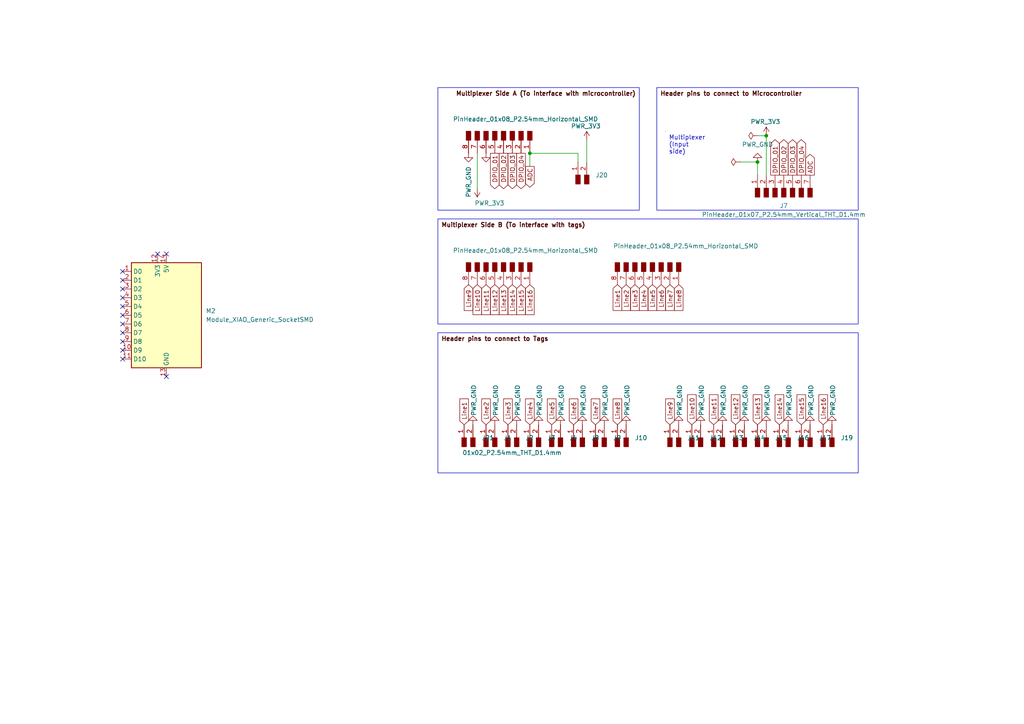
<source format=kicad_sch>
(kicad_sch (version 20231120) (generator "eeschema") (generator_version "8.0")
  (paper "A4")
  (lib_symbols
    (symbol "fab:Module_XIAO_Generic_SocketSMD"
      (property "Reference" "M" (at -10.16 16.51 0))
      (property "Value" "Module_XIAO_Generic_SocketSMD" (at 1.27 16.51 0))
      (symbol "Module_XIAO_Generic_SocketSMD_1_1"
        (rectangle (start -10.16 15.24) (end 10.16 -15.24) (stroke (width 0.254)) (fill (type background)))
        (pin bidirectional line (at -12.7 12.7 0) (length 2.54) (name "D0") (number "1"))
        (pin bidirectional line (at -12.7 -10.16 0) (length 2.54) (name "D9") (number "10"))
        (pin bidirectional line (at -12.7 -12.7 0) (length 2.54) (name "D10") (number "11"))
        (pin power_in line (at -2.54 17.78 270) (length 2.54) (name "3V3") (number "12"))
        (pin power_in line (at 0 -17.78 90) (length 2.54) (name "GND") (number "13"))
        (pin power_in line (at 0 17.78 270) (length 2.54) (name "5V") (number "14"))
        (pin bidirectional line (at -12.7 10.16 0) (length 2.54) (name "D1") (number "2"))
        (pin bidirectional line (at -12.7 7.62 0) (length 2.54) (name "D2") (number "3"))
        (pin bidirectional line (at -12.7 5.08 0) (length 2.54) (name "D3") (number "4"))
        (pin bidirectional line (at -12.7 2.54 0) (length 2.54) (name "D4") (number "5"))
        (pin bidirectional line (at -12.7 0 0) (length 2.54) (name "D5") (number "6"))
        (pin bidirectional line (at -12.7 -2.54 0) (length 2.54) (name "D6") (number "7"))
        (pin bidirectional line (at -12.7 -5.08 0) (length 2.54) (name "D7") (number "8"))
        (pin bidirectional line (at -12.7 -7.62 0) (length 2.54) (name "D8") (number "9"))
      )
    )
    (symbol "fab:PWR_3V3" (power) (pin_names (offset 0))
      (property "Value" "PWR_3V3" (at 0 3.556 0))
      (symbol "PWR_3V3_0_1"
        (polyline (pts (xy -0.762 1.27) (xy 0 2.54)))
        (polyline (pts (xy 0 0) (xy 0 2.54)))
        (polyline (pts (xy 0 2.54) (xy 0.762 1.27)))
      )
      (symbol "PWR_3V3_1_1"
        (pin power_in line (at 0 0 90) (length 0) hide (name "PWR_3V3") (number "1"))
      )
    )
    (symbol "fab:PWR_FLAG" (power) (pin_numbers hide) (pin_names (offset 0) hide)
      (property "Value" "PWR_FLAG" (at 0 3.81 0))
      (symbol "PWR_FLAG_0_1"
        (polyline (pts (xy 0 0) (xy 0 1.27) (xy -1.016 1.905) (xy 0 2.54) (xy 1.016 1.905) (xy 0 1.27)))
      )
      (symbol "PWR_FLAG_1_0"
        (pin power_out line (at 0 0 90) (length 0) (name "PWR_FLAG") (number "1"))
      )
    )
    (symbol "fab:PWR_GND" (power) (pin_names (offset 0))
      (property "Value" "PWR_GND" (at 0 -3.81 0))
      (symbol "PWR_GND_0_1"
        (polyline (pts (xy 0 0) (xy 0 -1.27) (xy 1.27 -1.27) (xy 0 -2.54) (xy -1.27 -1.27) (xy 0 -1.27)))
      )
      (symbol "PWR_GND_1_1"
        (pin power_in line (at 0 0 270) (length 0) hide (name "PWR_GND") (number "1"))
      )
    )
    (symbol "fab:PinHeader_01x02_P2.54mm_Vertical_THT_D1.4mm" (pin_names hide)
      (property "Reference" "J" (at 0 2.54 0))
      (property "Value" "PinHeader_01x02_P2.54mm_Vertical_THT_D1.4mm" (at 0 -5.08 0))
      (symbol "PinHeader_01x02_P2.54mm_Vertical_THT_D1.4mm_1_1"
        (rectangle (start -1.27 -1.905) (end 1.27 -3.175) (stroke (width 0.254)) (fill (type outline)))
        (rectangle (start -1.27 0.635) (end 1.27 -0.635) (stroke (width 0.254)) (fill (type outline)))
        (pin passive line (at 5.08 0 180) (length 3.81) (name "Pin_1") (number "1"))
        (pin passive line (at 5.08 -2.54 180) (length 3.81) (name "Pin_2") (number "2"))
      )
    )
    (symbol "fab:PinHeader_01x07_P2.54mm_Vertical_THT_D1.4mm" (pin_names hide)
      (property "Reference" "J" (at 0 10.16 0))
      (property "Value" "PinHeader_01x07_P2.54mm_Vertical_THT_D1.4mm" (at 0 -10.16 0))
      (symbol "PinHeader_01x07_P2.54mm_Vertical_THT_D1.4mm_1_1"
        (rectangle (start -1.27 -6.985) (end 1.27 -8.255) (stroke (width 0.254)) (fill (type outline)))
        (rectangle (start -1.27 -4.445) (end 1.27 -5.715) (stroke (width 0.254)) (fill (type outline)))
        (rectangle (start -1.27 -1.905) (end 1.27 -3.175) (stroke (width 0.254)) (fill (type outline)))
        (rectangle (start -1.27 0.635) (end 1.27 -0.635) (stroke (width 0.254)) (fill (type outline)))
        (rectangle (start -1.27 3.175) (end 1.27 1.905) (stroke (width 0.254)) (fill (type outline)))
        (rectangle (start -1.27 5.715) (end 1.27 4.445) (stroke (width 0.254)) (fill (type outline)))
        (rectangle (start -1.27 8.255) (end 1.27 6.985) (stroke (width 0.254)) (fill (type outline)))
        (pin passive line (at 5.08 7.62 180) (length 3.81) (name "Pin_1") (number "1"))
        (pin passive line (at 5.08 5.08 180) (length 3.81) (name "Pin_2") (number "2"))
        (pin passive line (at 5.08 2.54 180) (length 3.81) (name "Pin_3") (number "3"))
        (pin passive line (at 5.08 0 180) (length 3.81) (name "Pin_4") (number "4"))
        (pin passive line (at 5.08 -2.54 180) (length 3.81) (name "Pin_5") (number "5"))
        (pin passive line (at 5.08 -5.08 180) (length 3.81) (name "Pin_6") (number "6"))
        (pin passive line (at 5.08 -7.62 180) (length 3.81) (name "Pin_7") (number "7"))
      )
    )
    (symbol "fab:PinHeader_01x08_P2.54mm_Horizontal_SMD" (pin_names hide)
      (property "Reference" "J" (at 0 10.16 0))
      (property "Value" "PinHeader_01x08_P2.54mm_Horizontal_SMD" (at 0 -12.7 0))
      (symbol "PinHeader_01x08_P2.54mm_Horizontal_SMD_1_1"
        (rectangle (start -1.27 -9.525) (end 1.27 -10.795) (stroke (width 0.254)) (fill (type outline)))
        (rectangle (start -1.27 -6.985) (end 1.27 -8.255) (stroke (width 0.254)) (fill (type outline)))
        (rectangle (start -1.27 -4.445) (end 1.27 -5.715) (stroke (width 0.254)) (fill (type outline)))
        (rectangle (start -1.27 -1.905) (end 1.27 -3.175) (stroke (width 0.254)) (fill (type outline)))
        (rectangle (start -1.27 0.635) (end 1.27 -0.635) (stroke (width 0.254)) (fill (type outline)))
        (rectangle (start -1.27 3.175) (end 1.27 1.905) (stroke (width 0.254)) (fill (type outline)))
        (rectangle (start -1.27 5.715) (end 1.27 4.445) (stroke (width 0.254)) (fill (type outline)))
        (rectangle (start -1.27 8.255) (end 1.27 6.985) (stroke (width 0.254)) (fill (type outline)))
        (pin passive line (at 5.08 7.62 180) (length 3.81) (name "Pin_1") (number "1"))
        (pin passive line (at 5.08 5.08 180) (length 3.81) (name "Pin_2") (number "2"))
        (pin passive line (at 5.08 2.54 180) (length 3.81) (name "Pin_3") (number "3"))
        (pin passive line (at 5.08 0 180) (length 3.81) (name "Pin_4") (number "4"))
        (pin passive line (at 5.08 -2.54 180) (length 3.81) (name "Pin_5") (number "5"))
        (pin passive line (at 5.08 -5.08 180) (length 3.81) (name "Pin_6") (number "6"))
        (pin passive line (at 5.08 -7.62 180) (length 3.81) (name "Pin_7") (number "7"))
        (pin passive line (at 5.08 -10.16 180) (length 3.81) (name "Pin_8") (number "8"))
      )
    )
  )
  (junction (at 222.25 39.37))
  (junction (at 219.71 46.99))
  (junction (at 153.67 44.45))
  (no_connect (at 35.56 99.06))
  (no_connect (at 35.56 96.52))
  (no_connect (at 48.26 109.22))
  (no_connect (at 35.56 91.44))
  (no_connect (at 35.56 93.98))
  (no_connect (at 35.56 104.14))
  (no_connect (at 45.72 73.66))
  (no_connect (at 35.56 101.6))
  (no_connect (at 35.56 81.28))
  (no_connect (at 48.26 73.66))
  (no_connect (at 35.56 78.74))
  (no_connect (at 35.56 88.9))
  (no_connect (at 35.56 86.36))
  (no_connect (at 35.56 83.82))
  (wire (pts (xy 167.64 46.99) (xy 167.64 44.45)))
  (wire (pts (xy 214.63 46.99) (xy 219.71 46.99)))
  (wire (pts (xy 222.25 39.37) (xy 222.25 50.8)))
  (wire (pts (xy 167.64 44.45) (xy 153.67 44.45)))
  (wire (pts (xy 170.18 40.64) (xy 170.18 46.99)))
  (wire (pts (xy 219.71 39.37) (xy 222.25 39.37)))
  (wire (pts (xy 219.71 46.99) (xy 219.71 50.8)))
  (wire (pts (xy 138.43 44.45) (xy 138.43 54.61)))
  (wire (pts (xy 153.67 44.45) (xy 153.67 48.26)))
  (text_box "Muitiplexer Side B (To interface with tags)" (at 127 63.5 0) (size 121.92 30.48) (effects (font (size 1.27 1.27) (thickness 0.254) (bold yes)) (justify left top)))
  (text_box "Header pins to connect to Microcontroller" (at 190.5 25.4 0) (size 58.42 35.56) (effects (font (size 1.27 1.27) (thickness 0.254) (bold yes)) (justify left top)))
  (text_box "Multiplexer Side A (To interface with microcontroller)" (at 127 25.4 0) (size 58.42 35.56) (effects (font (size 1.27 1.27) (thickness 0.254) (bold yes)) (justify right top)))
  (text_box "Header pins to connect to Tags" (at 127 96.52 0) (size 121.92 40.64) (effects (font (size 1.27 1.27) (thickness 0.254) (bold yes)) (justify left top)))
  (text_box "Multiplexer (Input side)" (at 193.04 38.1 0) (size 0 0) (effects (font (size 1.27 1.27)) (justify left top)))
  (global_label "ADC" (shape output) (at 153.67 48.26 270) (property "Intersheetrefs" "${INTERSHEET_REFS}" (effects (hide yes))))
  (global_label "Line14" (shape input) (at 226.06 123.19 90) (property "Intersheetrefs" "${INTERSHEET_REFS}" (effects (hide yes))))
  (global_label "Line12" (shape input) (at 213.36 123.19 90) (property "Intersheetrefs" "${INTERSHEET_REFS}" (effects (hide yes))))
  (global_label "Line2" (shape input) (at 140.97 123.19 90) (property "Intersheetrefs" "${INTERSHEET_REFS}" (effects (hide yes))))
  (global_label "Line4" (shape input) (at 186.69 82.55 270) (property "Intersheetrefs" "${INTERSHEET_REFS}" (effects (hide yes))))
  (global_label "Line16" (shape input) (at 153.67 82.55 270) (property "Intersheetrefs" "${INTERSHEET_REFS}" (effects (hide yes))))
  (global_label "Line13" (shape input) (at 219.71 123.19 90) (property "Intersheetrefs" "${INTERSHEET_REFS}" (effects (hide yes))))
  (global_label "Line11" (shape input) (at 207.01 123.19 90) (property "Intersheetrefs" "${INTERSHEET_REFS}" (effects (hide yes))))
  (global_label "Line9" (shape input) (at 135.89 82.55 270) (property "Intersheetrefs" "${INTERSHEET_REFS}" (effects (hide yes))))
  (global_label "DPIO_02" (shape output) (at 227.33 50.8 90) (property "Intersheetrefs" "${INTERSHEET_REFS}" (effects (hide yes))))
  (global_label "DPIO_01" (shape output) (at 143.51 44.45 270) (property "Intersheetrefs" "${INTERSHEET_REFS}" (effects (hide yes))))
  (global_label "Line14" (shape input) (at 148.59 82.55 270) (property "Intersheetrefs" "${INTERSHEET_REFS}" (effects (hide yes))))
  (global_label "Line10" (shape input) (at 200.66 123.19 90) (property "Intersheetrefs" "${INTERSHEET_REFS}" (effects (hide yes))))
  (global_label "DPIO_03" (shape output) (at 229.87 50.8 90) (property "Intersheetrefs" "${INTERSHEET_REFS}" (effects (hide yes))))
  (global_label "Line1" (shape input) (at 179.07 82.55 270) (property "Intersheetrefs" "${INTERSHEET_REFS}" (effects (hide yes))))
  (global_label "Line5" (shape input) (at 189.23 82.55 270) (property "Intersheetrefs" "${INTERSHEET_REFS}" (effects (hide yes))))
  (global_label "Line16" (shape input) (at 238.76 123.19 90) (property "Intersheetrefs" "${INTERSHEET_REFS}" (effects (hide yes))))
  (global_label "Line10" (shape input) (at 138.43 82.55 270) (property "Intersheetrefs" "${INTERSHEET_REFS}" (effects (hide yes))))
  (global_label "Line3" (shape input) (at 147.32 123.19 90) (property "Intersheetrefs" "${INTERSHEET_REFS}" (effects (hide yes))))
  (global_label "Line13" (shape input) (at 146.05 82.55 270) (property "Intersheetrefs" "${INTERSHEET_REFS}" (effects (hide yes))))
  (global_label "Line6" (shape input) (at 191.77 82.55 270) (property "Intersheetrefs" "${INTERSHEET_REFS}" (effects (hide yes))))
  (global_label "Line15" (shape input) (at 232.41 123.19 90) (property "Intersheetrefs" "${INTERSHEET_REFS}" (effects (hide yes))))
  (global_label "DPIO_03" (shape output) (at 148.59 44.45 270) (property "Intersheetrefs" "${INTERSHEET_REFS}" (effects (hide yes))))
  (global_label "DPIO_04" (shape output) (at 232.41 50.8 90) (property "Intersheetrefs" "${INTERSHEET_REFS}" (effects (hide yes))))
  (global_label "Line12" (shape input) (at 143.51 82.55 270) (property "Intersheetrefs" "${INTERSHEET_REFS}" (effects (hide yes))))
  (global_label "Line7" (shape input) (at 194.31 82.55 270) (property "Intersheetrefs" "${INTERSHEET_REFS}" (effects (hide yes))))
  (global_label "Line1" (shape input) (at 134.62 123.19 90) (property "Intersheetrefs" "${INTERSHEET_REFS}" (effects (hide yes))))
  (global_label "Line5" (shape input) (at 160.02 123.19 90) (property "Intersheetrefs" "${INTERSHEET_REFS}" (effects (hide yes))))
  (global_label "Line2" (shape input) (at 181.61 82.55 270) (property "Intersheetrefs" "${INTERSHEET_REFS}" (effects (hide yes))))
  (global_label "Line6" (shape input) (at 166.37 123.19 90) (property "Intersheetrefs" "${INTERSHEET_REFS}" (effects (hide yes))))
  (global_label "Line9" (shape input) (at 194.31 123.19 90) (property "Intersheetrefs" "${INTERSHEET_REFS}" (effects (hide yes))))
  (global_label "DPIO_04" (shape output) (at 151.13 44.45 270) (property "Intersheetrefs" "${INTERSHEET_REFS}" (effects (hide yes))))
  (global_label "Line4" (shape input) (at 153.67 123.19 90) (property "Intersheetrefs" "${INTERSHEET_REFS}" (effects (hide yes))))
  (global_label "Line7" (shape input) (at 172.72 123.19 90) (property "Intersheetrefs" "${INTERSHEET_REFS}" (effects (hide yes))))
  (global_label "Line11" (shape input) (at 140.97 82.55 270) (property "Intersheetrefs" "${INTERSHEET_REFS}" (effects (hide yes))))
  (global_label "Line15" (shape input) (at 151.13 82.55 270) (property "Intersheetrefs" "${INTERSHEET_REFS}" (effects (hide yes))))
  (global_label "Line3" (shape input) (at 184.15 82.55 270) (property "Intersheetrefs" "${INTERSHEET_REFS}" (effects (hide yes))))
  (global_label "Line8" (shape input) (at 196.85 82.55 270) (property "Intersheetrefs" "${INTERSHEET_REFS}" (effects (hide yes))))
  (global_label "DPIO_02" (shape output) (at 146.05 44.45 270) (property "Intersheetrefs" "${INTERSHEET_REFS}" (effects (hide yes))))
  (global_label "ADC" (shape output) (at 234.95 50.8 90) (property "Intersheetrefs" "${INTERSHEET_REFS}" (effects (hide yes))))
  (global_label "Line8" (shape input) (at 179.07 123.19 90) (property "Intersheetrefs" "${INTERSHEET_REFS}" (effects (hide yes))))
  (global_label "DPIO_01" (shape output) (at 224.79 50.8 90) (property "Intersheetrefs" "${INTERSHEET_REFS}" (effects (hide yes))))
  (symbol (lib_id "fab:PWR_GND") (at 228.6 123.19 180) (unit 1)
    (property "Reference" "#PWR16" (effects (hide yes)))
    (property "Value" "PWR_GND" (at 228.854 116.078 90))
    (property "Description" "Power symbol creates a global label with name \"GND\" , ground" (effects (hide yes)))
  )
  (symbol (lib_id "fab:PinHeader_01x02_P2.54mm_Vertical_THT_D1.4mm") (at 140.97 128.27 90) (unit 1)
    (property "Reference" "J1" (at 146.05 126.9999 90) (effects (justify right)))
    (property "Value" "01x02_P2.54mm_THT_D1.4mm" (effects (hide yes)))
    (property "Footprint" "fab:PinHeader_01x02_P2.54mm_Vertical_THT_D1.4mm" (effects (hide yes)))
    (property "Description" "Male connector, single row" (effects (hide yes)))
  )
  (symbol (lib_id "fab:PinHeader_01x02_P2.54mm_Vertical_THT_D1.4mm") (at 160.02 128.27 90) (unit 1)
    (property "Reference" "J4" (at 165.1 126.9999 90) (effects (justify right)))
    (property "Value" "01x02_P2.54mm_THT_D1.4mm" (effects (hide yes)))
    (property "Footprint" "fab:PinHeader_01x02_P2.54mm_Vertical_THT_D1.4mm" (effects (hide yes)))
    (property "Description" "Male connector, single row" (effects (hide yes)))
  )
  (symbol (lib_id "fab:PWR_GND") (at 168.91 123.19 180) (unit 1)
    (property "Reference" "#PWR8" (effects (hide yes)))
    (property "Value" "PWR_GND" (at 169.164 116.078 90))
    (property "Description" "Power symbol creates a global label with name \"GND\" , ground" (effects (hide yes)))
  )
  (symbol (lib_id "fab:PinHeader_01x02_P2.54mm_Vertical_THT_D1.4mm") (at 207.01 128.27 90) (unit 1)
    (property "Reference" "J13" (at 212.09 126.9999 90) (effects (justify right)))
    (property "Value" "01x02_P2.54mm_THT_D1.4mm" (effects (hide yes)))
    (property "Footprint" "fab:PinHeader_01x02_P2.54mm_Vertical_THT_D1.4mm" (effects (hide yes)))
    (property "Description" "Male connector, single row" (effects (hide yes)))
  )
  (symbol (lib_id "fab:PinHeader_01x02_P2.54mm_Vertical_THT_D1.4mm") (at 213.36 128.27 90) (unit 1)
    (property "Reference" "J14" (at 218.44 126.9999 90) (effects (justify right)))
    (property "Value" "01x02_P2.54mm_THT_D1.4mm" (effects (hide yes)))
    (property "Footprint" "fab:PinHeader_01x02_P2.54mm_Vertical_THT_D1.4mm" (effects (hide yes)))
    (property "Description" "Male connector, single row" (effects (hide yes)))
  )
  (symbol (lib_id "fab:PWR_GND") (at 196.85 123.19 180) (unit 1)
    (property "Reference" "#PWR11" (effects (hide yes)))
    (property "Value" "PWR_GND" (at 197.104 116.078 90))
    (property "Description" "Power symbol creates a global label with name \"GND\" , ground" (effects (hide yes)))
  )
  (symbol (lib_id "fab:PWR_GND") (at 175.26 123.19 180) (unit 1)
    (property "Reference" "#PWR9" (effects (hide yes)))
    (property "Value" "PWR_GND" (at 175.514 116.078 90))
    (property "Description" "Power symbol creates a global label with name \"GND\" , ground" (effects (hide yes)))
  )
  (symbol (lib_id "fab:PinHeader_01x02_P2.54mm_Vertical_THT_D1.4mm") (at 219.71 128.27 90) (unit 1)
    (property "Reference" "J15" (at 224.79 126.9999 90) (effects (justify right)))
    (property "Value" "01x02_P2.54mm_THT_D1.4mm" (effects (hide yes)))
    (property "Footprint" "fab:PinHeader_01x02_P2.54mm_Vertical_THT_D1.4mm" (effects (hide yes)))
    (property "Description" "Male connector, single row" (effects (hide yes)))
  )
  (symbol (lib_id "fab:PWR_3V3") (at 222.25 39.37 0) (unit 1)
    (property "Reference" "#PWR1" (effects (hide yes)))
    (property "Value" "PWR_3V3" (at 221.996 35.306 0))
    (property "Description" "Power symbol creates a global label with name \"+3V3\"" (effects (hide yes)))
  )
  (symbol (lib_id "fab:PWR_GND") (at 137.16 123.19 180) (unit 1)
    (property "Reference" "#PWR3" (effects (hide yes)))
    (property "Value" "PWR_GND" (at 137.414 116.078 90))
    (property "Description" "Power symbol creates a global label with name \"GND\" , ground" (effects (hide yes)))
  )
  (symbol (lib_id "fab:PinHeader_01x02_P2.54mm_Vertical_THT_D1.4mm") (at 147.32 128.27 90) (unit 1)
    (property "Reference" "J2" (at 152.4 126.9999 90) (effects (justify right)))
    (property "Value" "01x02_P2.54mm_THT_D1.4mm" (effects (hide yes)))
    (property "Footprint" "fab:PinHeader_01x02_P2.54mm_Vertical_THT_D1.4mm" (effects (hide yes)))
    (property "Description" "Male connector, single row" (effects (hide yes)))
  )
  (symbol (lib_id "fab:PinHeader_01x08_P2.54mm_Horizontal_SMD") (at 189.23 77.47 270) (unit 1)
    (property "Reference" "J5" (effects (hide yes)))
    (property "Value" "PinHeader_01x08_P2.54mm_Horizontal_SMD" (at 219.964 71.374 90) (effects (justify right)))
    (property "Footprint" "fab:PinHeader_01x08_P2.54mm_Horizontal_SMD" (effects (hide yes)))
    (property "Description" "Male connector, single row" (effects (hide yes)))
  )
  (symbol (lib_id "fab:PWR_FLAG") (at 214.63 46.99 90) (unit 1)
    (property "Reference" "#FLG2" (effects (hide yes)))
    (property "Value" "PWR_FLAG" (effects (hide yes)))
    (property "Description" "Special symbol for telling ERC where power comes from" (effects (hide yes)))
  )
  (symbol (lib_id "fab:PinHeader_01x02_P2.54mm_Vertical_THT_D1.4mm") (at 194.31 128.27 90) (unit 1)
    (property "Reference" "J11" (at 199.39 126.9999 90) (effects (justify right)))
    (property "Value" "01x02_P2.54mm_THT_D1.4mm" (effects (hide yes)))
    (property "Footprint" "fab:PinHeader_01x02_P2.54mm_Vertical_THT_D1.4mm" (effects (hide yes)))
    (property "Description" "Male connector, single row" (effects (hide yes)))
  )
  (symbol (lib_id "fab:PinHeader_01x08_P2.54mm_Horizontal_SMD") (at 146.05 77.47 270) (unit 1)
    (property "Reference" "J6" (effects (hide yes)))
    (property "Value" "PinHeader_01x08_P2.54mm_Horizontal_SMD" (at 173.482 72.644 90) (effects (justify right)))
    (property "Footprint" "fab:PinHeader_01x08_P2.54mm_Horizontal_SMD" (effects (hide yes)))
    (property "Description" "Male connector, single row" (effects (hide yes)))
  )
  (symbol (lib_id "fab:PinHeader_01x08_P2.54mm_Horizontal_SMD") (at 146.05 39.37 270) (unit 1)
    (property "Reference" "J18" (effects (hide yes)))
    (property "Value" "PinHeader_01x08_P2.54mm_Horizontal_SMD" (at 173.482 34.544 90) (effects (justify right)))
    (property "Footprint" "fab:PinHeader_01x08_P2.54mm_Horizontal_SMD" (effects (hide yes)))
    (property "Description" "Male connector, single row" (effects (hide yes)))
  )
  (symbol (lib_id "fab:PinHeader_01x02_P2.54mm_Vertical_THT_D1.4mm") (at 167.64 52.07 90) (unit 1)
    (property "Reference" "J20" (at 172.72 50.7999 90) (effects (justify right)))
    (property "Value" "01x02_P2.54mm_THT_D1.4mm" (effects (hide yes)))
    (property "Footprint" "fab:PinHeader_01x02_P2.54mm_Vertical_THT_D1.4mm" (effects (hide yes)))
    (property "Description" "Male connector, single row" (effects (hide yes)))
  )
  (symbol (lib_id "fab:PWR_GND") (at 162.56 123.19 180) (unit 1)
    (property "Reference" "#PWR7" (effects (hide yes)))
    (property "Value" "PWR_GND" (at 162.814 116.078 90))
    (property "Description" "Power symbol creates a global label with name \"GND\" , ground" (effects (hide yes)))
  )
  (symbol (lib_id "fab:PWR_GND") (at 203.2 123.19 180) (unit 1)
    (property "Reference" "#PWR12" (effects (hide yes)))
    (property "Value" "PWR_GND" (at 203.454 116.078 90))
    (property "Description" "Power symbol creates a global label with name \"GND\" , ground" (effects (hide yes)))
  )
  (symbol (lib_id "fab:PWR_3V3") (at 138.43 54.61 180) (unit 1)
    (property "Reference" "#PWR21" (effects (hide yes)))
    (property "Value" "PWR_3V3" (at 141.986 58.928 0))
    (property "Description" "Power symbol creates a global label with name \"+3V3\"" (effects (hide yes)))
  )
  (symbol (lib_id "fab:PinHeader_01x02_P2.54mm_Vertical_THT_D1.4mm") (at 166.37 128.27 90) (unit 1)
    (property "Reference" "J8" (at 171.45 126.9999 90) (effects (justify right)))
    (property "Value" "01x02_P2.54mm_THT_D1.4mm" (effects (hide yes)))
    (property "Footprint" "fab:PinHeader_01x02_P2.54mm_Vertical_THT_D1.4mm" (effects (hide yes)))
    (property "Description" "Male connector, single row" (effects (hide yes)))
  )
  (symbol (lib_id "fab:PWR_GND") (at 219.71 46.99 180) (unit 1)
    (property "Reference" "#PWR2" (effects (hide yes)))
    (property "Value" "PWR_GND" (at 219.71 41.91 0))
    (property "Description" "Power symbol creates a global label with name \"GND\" , ground" (effects (hide yes)))
  )
  (symbol (lib_id "fab:PWR_GND") (at 234.95 123.19 180) (unit 1)
    (property "Reference" "#PWR17" (effects (hide yes)))
    (property "Value" "PWR_GND" (at 235.204 116.078 90))
    (property "Description" "Power symbol creates a global label with name \"GND\" , ground" (effects (hide yes)))
  )
  (symbol (lib_id "fab:PinHeader_01x07_P2.54mm_Vertical_THT_D1.4mm") (at 227.33 55.88 90) (unit 1)
    (property "Reference" "J7" (at 227.33 59.69 90))
    (property "Value" "PinHeader_01x07_P2.54mm_Vertical_THT_D1.4mm" (at 227.33 62.23 90))
    (property "Footprint" "fab:PinHeader_01x07_P2.54mm_Vertical_THT_D1.4mm" (effects (hide yes)))
    (property "Datasheet" "https://media.digikey.com/PDF/Data%20Sheets/Sullins%20PDFs/xRxCzzzSxxN-RC_ST_11635-B.pdf" (effects (hide yes)))
    (property "Description" "Connector Header Through Hole 7 positions 0.100\" (2.54mm)" (effects (hide yes)))
  )
  (symbol (lib_id "fab:PinHeader_01x02_P2.54mm_Vertical_THT_D1.4mm") (at 134.62 128.27 90) (unit 1)
    (property "Reference" "J21" (at 139.7 126.9999 90) (effects (justify right)))
    (property "Value" "01x02_P2.54mm_THT_D1.4mm" (at 134.112 131.318 90) (effects (justify right)))
    (property "Footprint" "fab:PinHeader_01x02_P2.54mm_Vertical_THT_D1.4mm" (effects (hide yes)))
    (property "Description" "Male connector, single row" (effects (hide yes)))
  )
  (symbol (lib_id "fab:PWR_GND") (at 149.86 123.19 180) (unit 1)
    (property "Reference" "#PWR5" (effects (hide yes)))
    (property "Value" "PWR_GND" (at 150.114 116.078 90))
    (property "Description" "Power symbol creates a global label with name \"GND\" , ground" (effects (hide yes)))
  )
  (symbol (lib_id "fab:PWR_GND") (at 135.89 44.45 0) (unit 1)
    (property "Reference" "#PWR23" (effects (hide yes)))
    (property "Value" "PWR_GND" (at 135.8899 48.26 90) (effects (justify right)))
    (property "Description" "Power symbol creates a global label with name \"GND\" , ground" (effects (hide yes)))
  )
  (symbol (lib_id "fab:PWR_GND") (at 181.61 123.19 180) (unit 1)
    (property "Reference" "#PWR10" (effects (hide yes)))
    (property "Value" "PWR_GND" (at 181.864 116.078 90))
    (property "Description" "Power symbol creates a global label with name \"GND\" , ground" (effects (hide yes)))
  )
  (symbol (lib_id "fab:PWR_GND") (at 222.25 123.19 180) (unit 1)
    (property "Reference" "#PWR15" (effects (hide yes)))
    (property "Value" "PWR_GND" (at 222.504 116.078 90))
    (property "Description" "Power symbol creates a global label with name \"GND\" , ground" (effects (hide yes)))
  )
  (symbol (lib_id "fab:PWR_GND") (at 209.55 123.19 180) (unit 1)
    (property "Reference" "#PWR13" (effects (hide yes)))
    (property "Value" "PWR_GND" (at 209.804 116.078 90))
    (property "Description" "Power symbol creates a global label with name \"GND\" , ground" (effects (hide yes)))
  )
  (symbol (lib_id "fab:PinHeader_01x02_P2.54mm_Vertical_THT_D1.4mm") (at 238.76 128.27 90) (unit 1)
    (property "Reference" "J19" (at 243.84 126.9999 90) (effects (justify right)))
    (property "Value" "01x02_P2.54mm_THT_D1.4mm" (effects (hide yes)))
    (property "Footprint" "fab:PinHeader_01x02_P2.54mm_Vertical_THT_D1.4mm" (effects (hide yes)))
    (property "Description" "Male connector, single row" (effects (hide yes)))
  )
  (symbol (lib_id "fab:PWR_GND") (at 215.9 123.19 180) (unit 1)
    (property "Reference" "#PWR14" (effects (hide yes)))
    (property "Value" "PWR_GND" (at 216.154 116.078 90))
    (property "Description" "Power symbol creates a global label with name \"GND\" , ground" (effects (hide yes)))
  )
  (symbol (lib_id "fab:PWR_GND") (at 241.3 123.19 180) (unit 1)
    (property "Reference" "#PWR18" (effects (hide yes)))
    (property "Value" "PWR_GND" (at 241.554 116.078 90))
    (property "Description" "Power symbol creates a global label with name \"GND\" , ground" (effects (hide yes)))
  )
  (symbol (lib_id "fab:PinHeader_01x02_P2.54mm_Vertical_THT_D1.4mm") (at 153.67 128.27 90) (unit 1)
    (property "Reference" "J3" (at 158.75 126.9999 90) (effects (justify right)))
    (property "Value" "01x02_P2.54mm_THT_D1.4mm" (effects (hide yes)))
    (property "Footprint" "fab:PinHeader_01x02_P2.54mm_Vertical_THT_D1.4mm" (effects (hide yes)))
    (property "Description" "Male connector, single row" (effects (hide yes)))
  )
  (symbol (lib_id "fab:PWR_FLAG") (at 219.71 39.37 90) (unit 1)
    (property "Reference" "#FLG1" (effects (hide yes)))
    (property "Value" "PWR_FLAG" (effects (hide yes)))
    (property "Description" "Special symbol for telling ERC where power comes from" (effects (hide yes)))
  )
  (symbol (lib_id "fab:Module_XIAO_Generic_SocketSMD") (at 48.26 91.44 0) (unit 1)
    (property "Reference" "M2" (at 59.69 90.1699 0) (effects (justify left)))
    (property "Value" "Module_XIAO_Generic_SocketSMD" (at 59.69 92.7099 0) (effects (justify left)))
    (property "Footprint" "fab:Module_XIAO_Generic_SocketSMD" (effects (hide yes)))
    (property "Datasheet" "https://wiki.seeedstudio.com/xiao_topic_page/" (effects (hide yes)))
    (property "Description" "The Seeed Studio XIAO series, named after the Chinese word for \"small,\" comprises tiny development boards based on various hardware platforms of ESP32, SAMD21, RP2040, nRF52840, RP2350 and RA4M1, MG24" (effects (hide yes)))
  )
  (symbol (lib_id "fab:PWR_GND") (at 140.97 44.45 0) (unit 1)
    (property "Reference" "#PWR24" (effects (hide yes)))
    (property "Value" "PWR_GND" (effects (hide yes)))
    (property "Description" "Power symbol creates a global label with name \"GND\" , ground" (effects (hide yes)))
  )
  (symbol (lib_id "fab:PinHeader_01x02_P2.54mm_Vertical_THT_D1.4mm") (at 200.66 128.27 90) (unit 1)
    (property "Reference" "J12" (at 205.74 126.9999 90) (effects (justify right)))
    (property "Value" "01x02_P2.54mm_THT_D1.4mm" (effects (hide yes)))
    (property "Footprint" "fab:PinHeader_01x02_P2.54mm_Vertical_THT_D1.4mm" (effects (hide yes)))
    (property "Description" "Male connector, single row" (effects (hide yes)))
  )
  (symbol (lib_id "fab:PinHeader_01x02_P2.54mm_Vertical_THT_D1.4mm") (at 172.72 128.27 90) (unit 1)
    (property "Reference" "J9" (at 177.8 126.9999 90) (effects (justify right)))
    (property "Value" "01x02_P2.54mm_THT_D1.4mm" (effects (hide yes)))
    (property "Footprint" "fab:PinHeader_01x02_P2.54mm_Vertical_THT_D1.4mm" (effects (hide yes)))
    (property "Description" "Male connector, single row" (effects (hide yes)))
  )
  (symbol (lib_id "fab:PWR_3V3") (at 170.18 40.64 0) (unit 1)
    (property "Reference" "#PWR19" (effects (hide yes)))
    (property "Value" "PWR_3V3" (at 169.926 36.576 0))
    (property "Description" "Power symbol creates a global label with name \"+3V3\"" (effects (hide yes)))
  )
  (symbol (lib_id "fab:PWR_GND") (at 156.21 123.19 180) (unit 1)
    (property "Reference" "#PWR6" (effects (hide yes)))
    (property "Value" "PWR_GND" (at 156.464 116.078 90))
    (property "Description" "Power symbol creates a global label with name \"GND\" , ground" (effects (hide yes)))
  )
  (symbol (lib_id "fab:PinHeader_01x02_P2.54mm_Vertical_THT_D1.4mm") (at 232.41 128.27 90) (unit 1)
    (property "Reference" "J17" (at 237.49 126.9999 90) (effects (justify right)))
    (property "Value" "01x02_P2.54mm_THT_D1.4mm" (effects (hide yes)))
    (property "Footprint" "fab:PinHeader_01x02_P2.54mm_Vertical_THT_D1.4mm" (effects (hide yes)))
    (property "Description" "Male connector, single row" (effects (hide yes)))
  )
  (symbol (lib_id "fab:PinHeader_01x02_P2.54mm_Vertical_THT_D1.4mm") (at 226.06 128.27 90) (unit 1)
    (property "Reference" "J16" (at 231.14 126.9999 90) (effects (justify right)))
    (property "Value" "01x02_P2.54mm_THT_D1.4mm" (effects (hide yes)))
    (property "Footprint" "fab:PinHeader_01x02_P2.54mm_Vertical_THT_D1.4mm" (effects (hide yes)))
    (property "Description" "Male connector, single row" (effects (hide yes)))
  )
  (symbol (lib_id "fab:PinHeader_01x02_P2.54mm_Vertical_THT_D1.4mm") (at 179.07 128.27 90) (unit 1)
    (property "Reference" "J10" (at 184.15 126.9999 90) (effects (justify right)))
    (property "Value" "01x02_P2.54mm_THT_D1.4mm" (effects (hide yes)))
    (property "Footprint" "fab:PinHeader_01x02_P2.54mm_Vertical_THT_D1.4mm" (effects (hide yes)))
    (property "Description" "Male connector, single row" (effects (hide yes)))
  )
  (symbol (lib_id "fab:PWR_GND") (at 143.51 123.19 180) (unit 1)
    (property "Reference" "#PWR4" (effects (hide yes)))
    (property "Value" "PWR_GND" (at 143.764 116.078 90))
    (property "Description" "Power symbol creates a global label with name \"GND\" , ground" (effects (hide yes)))
  )
)
</source>
